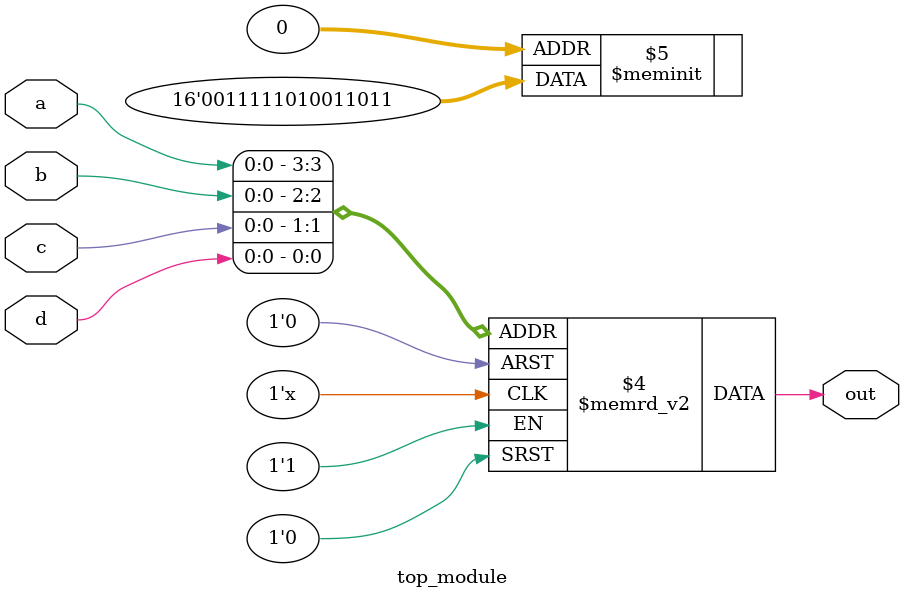
<source format=sv>
module top_module (
  input a, 
  input b,
  input c,
  input d,
  output reg out
);

always @(*)
begin
  case ({a, b, c, d})
    4'b0000: out = 1;
    4'b0001: out = 1;
    4'b0010: out = 0;
    4'b0011: out = 1;
    4'b0100: out = 1;
    4'b0101: out = 0;
    4'b0110: out = 0;
    4'b0111: out = 1;
    4'b1000: out = 0;
    4'b1001: out = 1;
    4'b1010: out = 1;
    4'b1011: out = 1;
    4'b1100: out = 1;
    4'b1101: out = 1;
    4'b1110: out = 0;
    4'b1111: out = 0;
  endcase
end

endmodule

</source>
